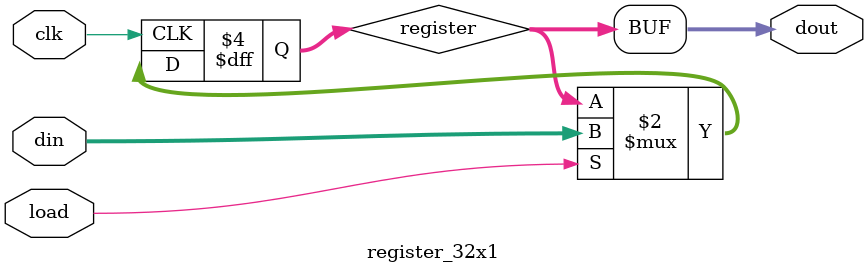
<source format=v>
module register_32x1 (
    input wire clk, load,
    input wire [31:0] din,
    output wire [31:0] dout
);

    reg [31:0] register;

    always @(posedge clk) begin
        if (load)
            register <= din; // Reset the register to all zeros
    end

    assign dout = register;

endmodule

</source>
